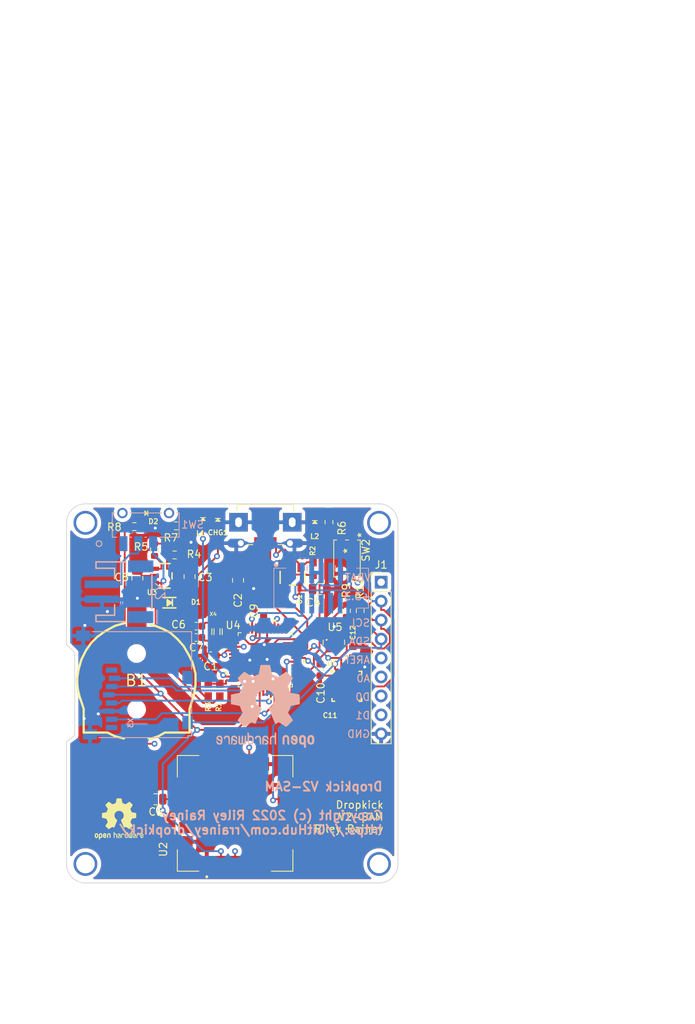
<source format=kicad_pcb>
(kicad_pcb (version 20211014) (generator pcbnew)
  (title_block (date "2022-03-14"))
  (layers (0 "F.Cu" signal) (1 "In1.Cu" signal) (2 "In2.Cu" signal) (31 "B.Cu" signal) (34 "B.Paste" user) (35 "F.Paste" user) (36 "B.SilkS" user "B.Silkscreen") (37 "F.SilkS" user "F.Silkscreen") (38 "B.Mask" user) (39 "F.Mask" user) (44 "Edge.Cuts" user))
  (net 0 "")
  (net 1 "/VBACKUP")
  (net 2 "GND")
  (net 3 "/AREF")
  (net 4 "+3V3")
  (net 5 "VBUS")
  (net 7 "Net-(C7-Pad1)")
  (net 8 "Net-(C6-Pad1)")
  (net 9 "VBAT")
  (net 10 "Net-(C9-Pad1)")
  (net 11 "/REGOUT")
  (net 12 "/CPOUT")
  (net 13 "Net-(CHG1-PadC)")
  (net 14 "Net-(D2-PadA)")
  (net 20 "/EN")
  (net 21 "/D13")
  (net 22 "/D12")
  (net 23 "/D11")
  (net 24 "/D10")
  (net 25 "/D9")
  (net 26 "/D6")
  (net 27 "/D5")
  (net 28 "/SCL")
  (net 29 "/SDA")
  (net 30 "/D1")
  (net 31 "/D0")
  (net 32 "/MISO")
  (net 33 "/MOSI")
  (net 34 "/SCK")
  (net 35 "/A5")
  (net 36 "/A4")
  (net 37 "/A3")
  (net 38 "/A2")
  (net 39 "/A1")
  (net 40 "/A0")
  (net 41 "/~{RESET}")
  (net 42 "/D8")
  (net 43 "Net-(L1-PadC)")
  (net 44 "Net-(L2-PadA)")
  (net 45 "/AD0")
  (net 46 "/SWCLK")
  (net 47 "/SWDIO")
  (net 48 "/SD_CS")
  (net 49 "/D3")
  (net 51 "/D2")
  (net 52 "/D7")
  (net 53 "/D-")
  (net 54 "/D+")
  (net 55 "Net-(SW1-Pad2)")
  (net 56 "/SDA_EXT")
  (net 57 "/SCL_EXT")
  (net 58 "/INT")
  (net 63 "/RX")
  (net 64 "/TX")
  (net 65 "/{slash}RESET")
  (net 69 "Net-(R4-Pad1)")
  (net 70 "Net-(R5-Pad2)")
  (footprint "lib_fr:0603-NO" (layer "F.Cu") (at 101.63 72.74)
    (fp_text reference "C11")
    (fp_text value "0.1uF")
  )
  (footprint "lib_fr:CHIPLED_0603_NOOUTLINE" (layer "F.Cu") (at 83.8 46.6)
    (fp_text reference "CHG1")
    (fp_text value "ORANGE")
  )
  (footprint "lib_fr:0603-NO" (layer "F.Cu") (at 96.56 53.13 -90)
    (fp_text reference "R2")
    (fp_text value "100k")
  )
  (footprint "lib_fr:KMR211NG LFS" (layer "F.Cu") (at 101.12 51.77 -90)
    (fp_text reference "SW2")
    (fp_text value "KMR211NG_LFS" hide)
  )
  (footprint "Capacitor_SMD:C_0805_2012Metric" (layer "F.Cu") (at 86.5 54.7 90)
    (fp_text reference "C2")
    (fp_text value "10uF")
  )
  (footprint "Capacitor_SMD:C_0603_1608Metric" (layer "F.Cu") (at 80.874 60.842 180)
    (fp_text reference "C6")
    (fp_text value "22pF")
  )
  (footprint "lib_fr:MOUNTINGHOLE_2.5_PLATED" (layer "F.Cu") (at 105.41 46.99 90)
    (fp_text reference "H2" hide)
    (fp_text value "MountingHole")
  )
  (footprint "lib_fr:ATSAMD21G15B-AU" (layer "F.Cu") (at 90.15 65.35)
    (fp_text reference "U4")
    (fp_text value " ATSAMD21G18A-AUT" hide)
  )
  (footprint "lib_fr:MOUNTINGHOLE_2.5_PLATED" (layer "F.Cu") (at 66.04 46.99)
    (fp_text reference "H1" hide)
    (fp_text value "MountingHole")
  )
  (footprint "Capacitor_SMD:C_0603_1608Metric" (layer "F.Cu") (at 89.93 58.71 90)
    (fp_text reference "C9")
    (fp_text value "1uF")
  )
  (footprint "Capacitor_SMD:C_0603_1608Metric" (layer "F.Cu") (at 80.874 62.366 180)
    (fp_text reference "C7")
    (fp_text value "22pF")
  )
  (footprint "lib_fr:CHIPLED_0603_NOOUTLINE" (layer "F.Cu") (at 96.8 46.9)
    (fp_text reference "L2")
    (fp_text value "RED")
  )
  (footprint "Resistor_SMD:R_0603_1608Metric" (layer "F.Cu") (at 78.2 47.4 180)
    (fp_text reference "R7")
    (fp_text value "1K")
  )
  (footprint "lib_fr:MOUNTINGHOLE_2.5_PLATED" (layer "F.Cu") (at 105.41 92.71)
    (fp_text reference "H4" hide)
    (fp_text value "MountingHole" hide)
  )
  (footprint "Capacitor_SMD:C_0805_2012Metric" (layer "F.Cu") (at 97.45 55.87)
    (fp_text reference "C4")
    (fp_text value "10µF")
  )
  (footprint "Connector_PinHeader_2.54mm:PinHeader_1x09_P2.54mm_Vertical" (layer "F.Cu") (at 105.7 54.95)
    (fp_text reference "J1")
    (fp_text value "Conn_01x08")
  )
  (footprint "Resistor_SMD:R_0603_1608Metric" (layer "F.Cu") (at 72.6 47.5)
    (fp_text reference "R8")
    (fp_text value "10K")
  )
  (footprint "lib_fr:MOUNTINGHOLE_2.5_PLATED" (layer "F.Cu") (at 66.04 92.71)
    (fp_text reference "H3" hide)
    (fp_text value "MountingHole")
  )
  (footprint "lib_fr:0603-NO" (layer "F.Cu") (at 84.06 69.41 90)
    (fp_text reference "R1")
    (fp_text value "100k")
  )
  (footprint "lib_fr:QFN24_4MM_SMSC" (layer "F.Cu") (at 101.1 68.9)
    (fp_text reference "U6")
    (fp_text value "MPU-6050")
  )
  (footprint "Capacitor_SMD:C_0805_2012Metric" (layer "F.Cu") (at 80 54.2 90)
    (fp_text reference "C3")
    (fp_text value "10µF")
  )
  (footprint "Symbol:OSHW-Logo2_7.3x6mm_SilkScreen" (layer "F.Cu") (at 70.55 86.68)
    (fp_text reference "REF2" hide)
    (fp_text value "OSHW-Logo2_7.3x6mm_SilkScreen" hide)
  )
  (footprint "lib_fr:4UCONN_20329_V2" (layer "F.Cu") (at 90.1696 48.8166 180)
    (fp_text reference "X1" hide)
    (fp_text value "microUSB" hide)
  )
  (footprint "lib_fr:0603-NO" (layer "F.Cu") (at 101.9 64.33 90)
    (fp_text reference "C12")
    (fp_text value "2.2nF")
  )
  (footprint "Capacitor_SMD:C_0805_2012Metric" (layer "F.Cu") (at 73 54.4 90)
    (fp_text reference "C8")
    (fp_text value "10µF")
  )
  (footprint "lib_fr:CHIPLED_0603_NOOUTLINE" (layer "F.Cu") (at 74.2 45.7 -90)
    (fp_text reference "D2")
    (fp_text value "GREEN")
  )
  (footprint "Resistor_SMD:R_0603_1608Metric" (layer "F.Cu") (at 98.7 46.9 90)
    (fp_text reference "R6")
    (fp_text value "2.2K")
  )
  (footprint "Capacitor_SMD:C_0603_1608Metric" (layer "F.Cu") (at 82.83 64.81 180)
    (fp_text reference "C1")
    (fp_text value "1uF")
  )
  (footprint "lib_fr:SOD-123" (layer "F.Cu") (at 77.3 57.7 180)
    (fp_text reference "D1")
    (fp_text value "MBR120")
  )
  (footprint "lib_fr:MODULE_SAM-M8Q-0-10" (layer "F.Cu") (at 86.11 85.93 90)
    (fp_text reference "U2")
    (fp_text value "SAM-M8Q-0-10")
  )
  (footprint "lib_fr:XTAL3215" (layer "F.Cu") (at 83.68 61.58 90)
    (fp_text reference "X4")
    (fp_text value "32768Hz")
  )
  (footprint "Resistor_SMD:R_0603_1608Metric" (layer "F.Cu") (at 101.04 58.78 -90)
    (fp_text reference "R9")
    (fp_text value "10K")
  )
  (footprint "Capacitor_SMD:C_0603_1608Metric" (layer "F.Cu") (at 97.5 66.7 -90)
    (fp_text reference "C10")
    (fp_text value "0.1uF")
  )
  (footprint "Resistor_SMD:R_0603_1608Metric" (layer "F.Cu") (at 75.3 50.6 -90)
    (fp_text reference "R5")
    (fp_text value "1K")
  )
  (footprint "lib_fr:CR1220-2" (layer "F.Cu") (at 72.9 68 -90)
    (fp_text reference "B1")
    (fp_text value "CR1220")
  )
  (footprint "lib_fr:DPS310XTSA1" (layer "F.Cu") (at 99.36 63)
    (fp_text reference "U5")
    (fp_text value "DPS310XTSA1")
  )
  (footprint "lib_fr:SOT23-5" (layer "F.Cu") (at 93.8 54.3 180)
    (fp_text reference "U1")
    (fp_text value "SPX3819-3.3")
  )
  (footprint "lib_fr:CHIPLED_0603_NOOUTLINE" (layer "F.Cu") (at 81.8 46.5)
    (fp_text reference "L1")
    (fp_text value "GREEN")
  )
  (footprint "lib_fr:0603-NO" (layer "F.Cu") (at 82.5 69.4 -90)
    (fp_text reference "R3")
    (fp_text value "100K")
  )
  (footprint "Resistor_SMD:R_0603_1608Metric" (layer "F.Cu") (at 78 51.3)
    (fp_text reference "R4")
    (fp_text value "10K")
  )
  (footprint "lib_fr:SOT23-5" (layer "F.Cu") (at 76.6 54.1 -90)
    (fp_text reference "U3")
    (fp_text value "MCP73831T-2ACI/OT")
  )
  (footprint "Resistor_SMD:R_0603_1608Metric" (layer "F.Cu") (at 102.89 58.78 -90)
    (fp_text reference "R10")
    (fp_text value "10K")
  )
  (footprint "Capacitor_SMD:C_0805_2012Metric" (layer "F.Cu") (at 75.47 84.04 180)
    (fp_text reference "C5")
    (fp_text value "10uF")
  )
  (footprint "lib_fr:MICROSD" (layer "B.Cu") (at 80.18 75.73 90)
    (fp_text reference "X3")
    (fp_text value "microsd")
  )
  (footprint "lib_fr:JSTPH2" (layer "B.Cu") (at 71.95 56.23 90)
    (fp_text reference "X2")
    (fp_text value "JSTPH" hide)
  )
  (footprint "lib_fr:450405020524" (layer "B.Cu") (at 71.12 49.784)
    (fp_text reference "SW1")
    (fp_text value "450405020524" hide)
  )
  (footprint "lib_fr:3221-10-0300-00-TR" (layer "B.Cu") (at 97.66 55.72)
    (fp_text reference "JP1")
    (fp_text value "3221-10-0300-00-TR")
  )
  (footprint "Symbol:OSHW-Logo2_14.6x12mm_SilkScreen" (layer "B.Cu") (at 90.16 71.59 180)
    (fp_text reference "REF1" hide)
    (fp_text value "OSHW-Logo2_14.6x12mm_SilkScreen" hide)
  )
  (gr_line (start 105.41 95.25) (end 66.04 95.25) (layer "Edge.Cuts") (width 0.1))
  (gr_line (start 64.6 75.5) (end 63.5 76.3) (layer "Edge.Cuts") (width 0.1))
  (gr_arc (start 63.5 46.99) (mid 64.243949 45.193949) (end 66.04 44.45) (layer "Edge.Cuts") (width 0.1))
  (gr_arc (start 105.41 44.45) (mid 107.206051 45.193949) (end 107.95 46.99) (layer "Edge.Cuts") (width 0.1))
  (gr_line (start 63.5 46.99) (end 63.5 63.3) (layer "Edge.Cuts") (width 0.1))
  (gr_arc (start 66.04 95.25) (mid 64.243949 94.506051) (end 63.5 92.71) (layer "Edge.Cuts") (width 0.1))
  (gr_line (start 63.5 92.71) (end 63.5 76.3) (layer "Edge.Cuts") (width 0.1))
  (gr_line (start 105.41 44.45) (end 66.04 44.45) (layer "Edge.Cuts") (width 0.1))
  (gr_line (start 64.6 64.4) (end 64.6 75.5) (layer "Edge.Cuts") (width 0.1))
  (gr_line (start 107.95 92.71) (end 107.95 46.99) (layer "Edge.Cuts") (width 0.1))
  (gr_arc (start 107.95 92.71) (mid 107.206051 94.506051) (end 105.41 95.25) (layer "Edge.Cuts") (width 0.1))
  (gr_line (start 63.5 63.3) (end 64.6 64.4) (layer "Edge.Cuts") (width 0.1))
  (gr_text "GND" (at 104.3 75.3) (layer "B.SilkS") (effects (font (size 1 1)) (justify left mirror)))
  (gr_text "SCL" (at 104.3 60.4) (layer "B.SilkS") (effects (font (size 1 1)) (justify left mirror)))
  (gr_text "D0" (at 104.3 70.333332) (layer "B.SilkS") (effects (font (size 1 1)) (justify left mirror)))
  (gr_text "VBAT" (at 104.41 54.32) (layer "B.SilkS") (effects (font (size 1 1)) (justify left mirror)))
  (gr_text "D1" (at 104.3 72.816665) (layer "B.SilkS") (effects (font (size 1 1)) (justify left mirror)))
  (gr_text "Dropkick V2-SAM\n\nCopyright (c) 2022 Riley Rainey\nhttps://GitHub.com/rrainey/dropkick/" (at 106.02 85.24) (layer "B.SilkS") (effects (font (size 1.2 1.2) (thickness 0.25)) (justify left mirror)))
  (gr_text "SDA" (at 104.3 62.883333) (layer "B.SilkS") (effects (font (size 1 1)) (justify left mirror)))
  (gr_text "+3.3" (at 104.41 56.85) (layer "B.SilkS") (effects (font (size 1 1)) (justify left mirror)))
  (gr_text "AREF" (at 104.3 65.366666) (layer "B.SilkS") (effects (font (size 1 1)) (justify left mirror)))
  (gr_text "A0" (at 104.3 67.849999) (layer "B.SilkS") (effects (font (size 1 1)) (justify left mirror)))
  (gr_text "Dropkick\nV2-SAM\nRiley Rainey" (at 106.1 86.4) (layer "F.SilkS") (effects (font (size 1 1)) (justify right)))
  (segment (start 75.3 76.6) (end 73.09 76.6) (width 0.25) (layer "F.Cu") (net 1))
  (segment (start 86.11 92.53) (end 86.11 91.01) (width 0.25) (layer "F.Cu") (net 1))
  (segment (start 86.11 91.01) (end 86.1 91) (width 0.25) (layer "F.Cu") (net 1))
  (via (at 86.1 91) (size 0.8) (drill 0.4) (layers "F.Cu" "B.Cu") (net 1))
  (via (at 75.3 76.6) (size 0.8) (drill 0.4) (layers "F.Cu" "B.Cu") (net 1))
  (segment (start 90.435704 65.3) (end 90.4 65.3) (width 0.25) (layer "F.Cu") (net 2))
  (segment (start 89.9 65.8) (end 89.9 69.5283) (width 0.25) (layer "F.Cu") (net 2))
  (segment (start 99.4 60.9) (end 99.034999 61.265001) (width 0.25) (layer "F.Cu") (net 2))
  (segment (start 92.635705 63.099999) (end 90.435704 65.3) (width 0.25) (layer "F.Cu") (net 2))
  (segment (start 99.1 67.65) (end 99.85 67.65) (width 0.25) (layer "F.Cu") (net 2))
  (segment (start 101.85 72.11) (end 102.48 72.74) (width 0.25) (layer "F.Cu") (net 2))
  (segment (start 81.4 69.6) (end 81.4 65.465) (width 0.25) (layer "F.Cu") (net 2))
  (segment (start 99.969998 62.934999) (end 100.334999 63.3) (width 0.25) (layer "F.Cu") (net 2))
  (segment (start 81.4 65.465) (end 82.055 64.81) (width 0.25) (layer "F.Cu") (net 2))
  (segment (start 82.5 70.25) (end 82.05 70.25) (width 0.25) (layer "F.Cu") (net 2))
  (segment (start 93.449511 52.075389) (end 93.8 52.425878) (width 0.25) (layer "F.Cu") (net 2))
  (segment (start 82.05 70.25) (end 81.4 69.6) (width 0.25) (layer "F.Cu") (net 2))
  (segment (start 85.9717 64.599999) (end 87.28032 64.599999) (width 0.25) (layer "F.Cu") (net 2))
  (segment (start 103.5 67.25) (end 103.1 67.65) (width 0.25) (layer "F.Cu") (net 2))
  (segment (start 73.65 54.1) (end 73 53.45) (width 0.25) (layer "F.Cu") (net 2))
  (segment (start 99.034999 62.934999) (end 99.969998 62.934999) (width 0.25) (layer "F.Cu") (net 2))
  (segment (start 99.034999 61.265001) (end 99.034999 62.275) (width 0.25) (layer "F.Cu") (net 2))
  (segment (start 101.85 69.65) (end 101.85 70.9) (width 0.25) (layer "F.Cu") (net 2))
  (segment (start 94.3283 63.099999) (end 92.635705 63.099999) (width 0.25) (layer "F.Cu") (net 2))
  (segment (start 93.7696 46.9166) (end 91.0196 46.9166) (width 0.25) (layer "F.Cu") (net 2))
  (segment (start 99.034999 62.934999) (end 99.034999 63.725) (width 0.25) (layer "F.Cu") (net 2))
  (segment (start 97.5 67.475) (end 98.925 67.475) (width 0.25) (layer "F.Cu") (net 2))
  (segment (start 91.7 52.4) (end 92.024611 52.075389) (width 0.25) (layer "F.Cu") (net 2))
  (segment (start 75.2999 54.1) (end 73.65 54.1) (width 0.25) (layer "F.Cu") (net 2))
  (segment (start 93.8 52.425878) (end 93.8 52.9999) (width 0.25) (layer "F.Cu") (net 2))
  (segment (start 103.5 66.3) (end 103.5 67.25) (width 0.25) (layer "F.Cu") (net 2))
  (segment (start 90.4 65.3) (end 89.9 65.8) (width 0.25) (layer "F.Cu") (net 2))
  (segment (start 99.85 67.65) (end 101.1 68.9) (width 0.25) (layer "F.Cu") (net 2))
  (segment (start 101.85 70.9) (end 101.85 72.11) (width 0.25) (layer "F.Cu") (net 2))
  (segment (start 99.034999 62.275) (end 99.034999 62.934999) (width 0.25) (layer "F.Cu") (net 2))
  (segment (start 90.4 61.1717) (end 90.4 62.940469) (width 0.25) (layer "F.Cu") (net 2))
  (segment (start 98.925 67.475) (end 99.1 67.65) (width 0.25) (layer "F.Cu") (net 2))
  (segment (start 100.334999 63.3) (end 100.334999 63.725) (width 0.25) (layer "F.Cu") (net 2))
  (segment (start 87.28032 64.599999) (end 88.077861 65.39754) (width 0.25) (layer "F.Cu") (net 2))
  (segment (start 92.024611 52.075389) (end 93.449511 52.075389) (width 0.25) (layer "F.Cu") (net 2))
  (segment (start 88.8696 49.5916) (end 88.8696 51.3804) (width 0.25) (layer "F.Cu") (net 2))
  (segment (start 88.8696 51.3804) (end 86.5 53.75) (width 0.25) (layer "F.Cu") (net 2))
  (segment (start 90.4 62.940469) (end 90.022869 63.3176) (width 0.25) (layer "F.Cu") (net 2))
  (via (at 90.4 65.3) (size 0.8) (drill 0.4) (layers "F.Cu" "B.Cu") (net 2))
  (via (at 80.2 49.6) (size 0.8) (drill 0.4) (layers "F.Cu" "B.Cu") (net 2))
  (via (at 75.4 47.7) (size 0.8) (drill 0.4) (layers "F.Cu" "B.Cu") (net 2))
  (via (at 68.9814 58.886) (size 0.8) (drill 0.4) (layers "F.Cu" "B.Cu") (net 2))
  (via (at 65.8655 73.2207) (size 0.8) (drill 0.4) (layers "F.Cu" "B.Cu") (net 2))
  (via (at 101.3915 55.1917) (size 0.8) (drill 0.4) (layers "F.Cu" "B.Cu") (net 2))
  (via (at 91.7 52.4) (size 0.8) (drill 0.4) (layers "F.Cu" "B.Cu") (net 2))
  (via (at 88.6 55.8) (size 0.8) (drill 0.4) (layers "F.Cu" "B.Cu") (net 2))
  (via (at 103.5 66.3) (size 0.8) (drill 0.4) (layers "F.Cu" "B.Cu") (net 2))
  (via (at 90.022869 63.3176) (size 0.8) (drill 0.4) (layers "F.Cu" "B.Cu") (net 2))
  (via (at 65.9555 60.736) (size 0.8) (drill 0.4) (layers "F.Cu" "B.Cu") (net 2))
  (via (at 99.4 60.9) (size 0.8) (drill 0.4) (layers "F.Cu" "B.Cu") (net 2))
  (via (at 67.7555 72.5966) (size 0.8) (drill 0.4) (layers "F.Cu" "B.Cu") (net 2))
  (via (at 73 57.1) (size 0.8) (drill 0.4) (layers "F.Cu" "B.Cu") (net 2))
  (via (at 88.077861 65.39754) (size 0.8) (drill 0.4) (layers "F.Cu" "B.Cu") (net 2))
  (segment (start 66.64 73.9952) (end 66.64 75.33) (width 0.25) (layer "B.Cu") (net 2))
  (segment (start 96.8778 55.3953) (end 96.39 55.3953) (width 0.25) (layer "B.Cu") (net 2))
  (segment (start 101.3915 55.1917) (end 101.3005 55.2827) (width 0.25) (layer "B.Cu") (net 2))
  (segment (start 100.0874 55.3953) (end 97.66 55.3953) (width 0.25) (layer "B.Cu") (net 2))
  (segment (start 68.25 57.23) (end 70.8753 57.23) (width 0.25) (layer "B.Cu") (net 2))
  (segment (start 67.7555 72.5966) (end 68.0647 72.2874) (width 0.25) (layer "B.Cu") (net 2))
  (segment (start 96.39 53.69) (end 96.39 55.3953) (width 0.25) (layer "B.Cu") (net 2))
  (segment (start 65.8655 73.2207) (end 66.64 73.9952) (width 0.25) (layer "B.Cu") (net 2))
  (segment (start 97.66 54.5426) (end 97.66 55.3953) (width 0.25) (layer "B.Cu") (net 2))
  (segment (start 100.2 55.2827) (end 100.0874 55.3953) (width 0.25) (layer "B.Cu") (net 2))
  (segment (start 68.9814 58.886) (end 69.9128 58.886) (width 0.25) (layer "B.Cu") (net 2))
  (segment (start 69.9128 58.886) (end 70.8753 57.9235) (width 0.25) (layer "B.Cu") (net 2))
  (segment (start 101.3005 55.2827) (end 100.2 55.2827) (width 0.25) (layer "B.Cu") (net 2))
  (segment (start 69.14 72.23) (end 68.0647 72.23) (width 0.25) (layer "B.Cu") (net 2))
  (segment (start 100.2 53.69) (end 100.2 55.2827) (width 0.25) (layer "B.Cu") (net 2))
  (segment (start 65.9555 60.736) (end 65.74 60.9515) (width 0.25) (layer "B.Cu") (net 2))
  (segment (start 65.74 60.9515) (end 65.74 62.13) (width 0.25) (layer "B.Cu") (net 2))
  (segment (start 97.66 54.6131) (end 96.8778 55.3953) (width 0.25) (layer "B.Cu") (net 2))
  (segment (start 70.8753 57.9235) (end 70.8753 57.23) (width 0.25) (layer "B.Cu") (net 2))
  (segment (start 68.0647 72.2874) (end 68.0647 72.23) (width 0.25) (layer "B.Cu") (net 2))
  (segment (start 84.6773 64.396) (end 84.9733 64.1) (width 0.25) (layer "F.Cu") (net 3))
  (segment (start 85.9717 64.1) (end 84.9733 64.1) (width 0.25) (layer "F.Cu") (net 3))
  (segment (start 83.7023 64.7127) (end 84.6773 64.7127) (width 0.25) (layer "F.Cu") (net 3))
  (segment (start 84.6773 64.7127) (end 84.6773 64.396) (width 0.25) (layer "F.Cu") (net 3))
  (via (at 84.6773 64.7127) (size 0.8) (drill 0.4) (layers "F.Cu" "B.Cu") (net 3))
  (segment (start 106.0653 58.6653) (end 105.7 58.6653) (width 0.25) (layer "F.Cu") (net 4))
  (segment (start 89.75 64.75) (end 91.9 62.6) (width 0.25) (layer "F.Cu") (net 4))
  (segment (start 99.9046 71.8391) (end 100.35 71.3937) (width 0.25) (layer "F.Cu") (net 4))
  (segment (start 71.3033 47.9717) (end 71.775 47.5) (width 0.25) (layer "F.Cu") (net 4))
  (segment (start 86.5 61.7) (end 86.5 55.65) (width 0.25) (layer "F.Cu") (net 4))
  (segment (start 88.928 63.928) (end 89.75 64.75) (width 0.25) (layer "F.Cu") (net 4))
  (segment (start 104.0597 57.955) (end 104.5247 57.49) (width 0.25) (layer "F.Cu") (net 4))
  (segment (start 89.4 71.6443) (end 89.4 69.5283) (width 0.25) (layer "F.Cu") (net 4))
  (segment (start 86.3037 74.7406) (end 89.4 71.6443) (width 0.25) (layer "F.Cu") (net 4))
  (segment (start 84.21 92.53) (end 84.21 91.01) (width 0.25) (layer "F.Cu") (net 4))
  (segment (start 103.3628 70.402) (end 103.3628 73.4049) (width 0.25) (layer "F.Cu") (net 4))
  (segment (start 84.21 91.01) (end 84.2 91) (width 0.25) (layer "F.Cu") (net 4))
  (segment (start 94.5819 56.5254) (end 94.75 56.5254) (width 0.25) (layer "F.Cu") (net 4))
  (segment (start 76.43 84.03) (end 78.8974 84.03) (width 0.25) (layer "F.Cu") (net 4))
  (segment (start 86.9701 65.1) (end 86.9701 66.1354) (width 0.25) (layer "F.Cu") (net 4))
  (segment (start 103.1993 73.5684) (end 100.0983 73.5684) (width 0.25) (layer "F.Cu") (net 4))
  (segment (start 100.0983 73.5684) (end 99.9046 73.3747) (width 0.25) (layer "F.Cu") (net 4))
  (segment (start 88.772 63.228) (end 88.772 63.928) (width 0.25) (layer "F.Cu") (net 4))
  (segment (start 99.9046 73.3747) (end 99.9046 71.8391) (width 0.25) (layer "F.Cu") (net 4))
  (segment (start 106.1193 68.92) (end 107.3497 67.6896) (width 0.25) (layer "F.Cu") (net 4))
  (segment (start 94.1902 56.9171) (end 94.5819 56.5254) (width 0.25) (layer "F.Cu") (net 4))
  (segment (start 107.3497 67.6896) (end 107.3497 59.9497) (width 0.25) (layer "F.Cu") (net 4))
  (segment (start 88.028 63.228) (end 86.5 61.7) (width 0.25) (layer "F.Cu") (net 4))
  (segment (start 104.8448 68.92) (end 106.1193 68.92) (width 0.25) (layer "F.Cu") (net 4))
  (segment (start 98.385 64.2253) (end 99.685 64.2253) (width 0.25) (layer "F.Cu") (net 4))
  (segment (start 107.3497 59.9497) (end 106.0653 58.6653) (width 0.25) (layer "F.Cu") (net 4))
  (segment (start 76.4 85.5) (end 76.4 84.06) (width 0.25) (layer "F.Cu") (net 4))
  (segment (start 105.7 57.49) (end 105.7 58.6653) (width 0.25) (layer "F.Cu") (net 4))
  (segment (start 103.352 70.402) (end 103.3628 70.402) (width 0.25) (layer "F.Cu") (net 4))
  (segment (start 97.5 65.1103) (end 98.385 64.2253) (width 0.25) (layer "F.Cu") (net 4))
  (segment (start 100.35 71.3937) (end 100.35 70.9) (width 0.25) (layer "F.Cu") (net 4))
  (segment (start 94.75 56.0627) (end 94.75 56.5254) (width 0.25) (layer "F.Cu") (net 4))
  (segment (start 101.04 57.955) (end 97.8847 61.1103) (width 0.25) (layer "F.Cu") (net 4))
  (segment (start 94.75 56.0627) (end 96.3073 56.0627) (width 0.25) (layer "F.Cu") (net 4))
  (segment (start 103.1 70.15) (end 103.352 70.402) (width 0.25) (layer "F.Cu") (net 4))
  (segment (start 88.3646 67.0467) (end 89.3504 68.0325) (width 0.25) (layer "F.Cu") (net 4))
  (segment (start 97.8847 61.1103) (end 97.8847 62.7244) (width 0.25) (layer "F.Cu") (net 4))
  (segment (start 89.75 64.75) (end 88.3646 66.1354) (width 0.25) (layer "F.Cu") (net 4))
  (segment (start 76.1231 69.8787) (end 80.985 74.7406) (width 0.25) (layer "F.Cu") (net 4))
  (segment (start 102.89 57.955) (end 101.04 57.955) (width 0.25) (layer "F.Cu") (net 4))
  (segment (start 88.3646 66.1354) (end 86.9701 66.1354) (width 0.25) (layer "F.Cu") (net 4))
  (segment (start 85.9717 65.1) (end 86.9701 65.1) (width 0.25) (layer "F.Cu") (net 4))
  (segment (start 88.772 63.928) (end 88.928 63.928) (width 0.25) (layer "F.Cu") (net 4))
  (segment (start 105.7 57.49) (end 104.5247 57.49) (width 0.25) (layer "F.Cu") (net 4))
  (segment (start 103.3628 70.402) (end 104.8448 68.92) (width 0.25) (layer "F.Cu") (net 4))
  (segment (start 89.3504 68.539) (end 89.4 68.5886) (width 0.25) (layer "F.Cu") (net 4))
  (segment (start 98.385 64.1127) (end 98.385 64.2253) (width 0.25) (layer "F.Cu") (net 4))
  (segment (start 103.3628 73.4049) (end 103.1993 73.5684) (width 0.25) (layer "F.Cu") (net 4))
  (segment (start 99.685 63.725) (end 99.685 64.2253) (width 0.25) (layer "F.Cu") (net 4))
  (segment (start 88.772 63.228) (end 89.4892 62.5108) (width 0.25) (layer "F.Cu") (net 4))
  (segment (start 88.028 63.228) (end 88.772 63.228) (width 0.25) (layer "F.Cu") (net 4))
  (segment (start 71.3033 65.0589) (end 71.3033 47.9717) (width 0.25) (layer "F.Cu") (net 4))
  (segment (start 98.385 63.725) (end 98.385 64.1127) (width 0.25) (layer "F.Cu") (net 4))
  (segment (start 97.8847 62.7244) (end 98.385 63.2247) (width 0.25) (layer "F.Cu") (net 4))
  (segment (start 89.4 62.4217) (end 89.4 61.1717) (width 0.25) (layer "F.Cu") (net 4))
  (segment (start 88.3646 66.1354) (end 88.3646 67.0467) (width 0.25) (layer "F.Cu") (net 4))
  (segment (start 76.1231 69.8787) (end 71.3033 65.0589) (width 0.25) (layer "F.Cu") (net 4))
  (segment (start 102.89 57.955) (end 104.0597 57.955) (width 0.25) (layer "F.Cu") (net 4))
  (segment (start 98.385 63.725) (end 98.385 63.2247) (width 0.25) (layer "F.Cu") (net 4))
  (segment (start 97.5 65.925) (end 97.5 65.1103) (width 0.25) (layer "F.Cu") (net 4))
  (segment (start 89.4 68.5886) (end 89.4 69.5283) (width 0.25) (layer "F.Cu") (net 4))
  (segment (start 80.985 74.7406) (end 86.3037 74.7406) (width 0.25) (layer "F.Cu") (net 4))
  (segment (start 94.3283 62.6) (end 91.9 62.6) (width 0.25) (layer "F.Cu") (net 4))
  (segment (start 89.4892 62.5108) (end 89.4 62.4217) (width 0.25) (layer "F.Cu") (net 4))
  (segment (start 89.3504 68.0325) (end 89.3504 68.539) (width 0.25) (layer "F.Cu") (net 4))
  (via (at 84.2 91) (size 0.8) (drill 0.4) (layers "F.Cu" "B.Cu") (net 4))
  (via (at 76.4 85.5) (size 0.8) (drill 0.4) (layers "F.Cu" "B.Cu") (net 4))
  (via (at 76.1231 69.8787) (size 0.8) (drill 0.4) (layers "F.Cu" "B.Cu") (net 4))
  (via (at 81.027525 74.74923) (size 0.8) (drill 0.4) (layers "F.Cu" "B.Cu") (net 4))
  (via (at 94.1902 56.9171) (size 0.8) (drill 0.4) (layers "F.Cu" "B.Cu") (net 4))
  (segment (start 76.4 79.3) (end 80.95077 74.74923) (width 0.25) (layer "B.Cu") (net 4))
  (segment (start 103.0734 56.0387) (end 104.5247 57.49) (width 0.25) (layer "B.Cu") (net 4))
  (segment (start 94.1902 55.4724) (end 94.1902 56.9171) (width 0.25) (layer "B.Cu") (net 4))
  (segment (start 81.9 91) (end 76.4 85.5) (width 0.25) (layer "B.Cu") (net 4))
  (segment (start 95.12 54.5426) (end 95.12 55.3953) (width 0.25) (layer "B.Cu") (net 4))
  (segment (start 69.14 70.03) (end 75.9718 70.03) (width 0.25) (layer "B.Cu") (net 4))
  (segment (start 76.4 85.5) (end 76.4 79.3) (width 0.25) (layer "B.Cu") (net 4))
  (segment (start 95.7634 56.0387) (end 103.0734 56.0387) (width 0.25) (layer "B.Cu") (net 4))
  (segment (start 84.2 91) (end 81.9 91) (width 0.25) (layer "B.Cu") (net 4))
  (segment (start 105.7 57.49) (end 104.5247 57.49) (width 0.25) (layer "B.Cu") (net 4))
  (segment (start 95.12 54.5426) (end 94.1902 55.4724) (width 0.25) (layer "B.Cu") (net 4))
  (segment (start 95.12 55.3953) (end 95.7634 56.0387) (width 0.25) (layer "B.Cu") (net 4))
  (segment (start 80.95077 74.74923) (end 81.027525 74.74923) (width 0.25) (layer "B.Cu") (net 4))
  (segment (start 75.9718 70.03) (end 76.1231 69.8787) (width 0.25) (layer "B.Cu") (net 4))
  (segment (start 94.75 52.5372) (end 95.4775 52.5372) (width 0.25) (layer "F.Cu") (net 5))
  (segment (start 78.9254 55.15) (end 79.15 55.15) (width 0.25) (layer "F.Cu") (net 5))
  (segment (start 96.56 52.28) (end 95.7347 52.28) (width 0.25) (layer "F.Cu") (net 5))
  (segment (start 79.15 55.15) (end 80 55.15) (width 0.25) (layer "F.Cu") (net 5))
  (segment (start 83.8 51.35) (end 83.8 47.35) (width 0.25) (layer "F.Cu") (net 5))
  (segment (start 80 55.15) (end 83.8 51.35) (width 0.25) (layer "F.Cu") (net 5))
  (segment (start 77.9001 55.05) (end 78.8254 55.05) (width 0.25) (layer "F.Cu") (net 5))
  (segment (start 92.8047 50.5919) (end 94.75 52.5372) (width 0.25) (layer "F.Cu") (net 5))
  (segment (start 92.8047 50.5919) (end 92.3081 50.5919) (width 0.25) (layer "F.Cu") (net 5))
  (segment (start 95.4775 52.5372) (end 95.7347 52.28) (width 0.25) (layer "F.Cu") (net 5))
  (segment (start 92.3081 50.5919) (end 91.6 51.3) (width 0.25) (layer "F.Cu") (net 5))
  (segment (start 79.15 57.7) (end 79.15 55.15) (width 0.25) (layer "F.Cu") (net 5))
  (segment (start 78.8254 55.05) (end 78.9254 55.15) (width 0.25) (layer "F.Cu") (net 5))
  (segment (start 91.6 49.722) (end 91.4696 49.5916) (width 0.25) (layer "F.Cu") (net 5))
  (segment (start 91.6 51.3) (end 91.6 49.722) (width 0.25) (layer "F.Cu") (net 5))
  (via (at 83.675 51.475) (size 0.8) (drill 0.4) (layers "F.Cu" "B.Cu") (net 5))
  (via (at 91.6 51.3) (size 0.8) (drill 0.4) (layers "F.Cu" "B.Cu") (net 5))
  (segment (start 82.063 62.78) (end 81.649 62.366) (width 0.25) (layer "F.Cu") (net 7))
  (segment (start 83.68 62.78) (end 84.9553 62.78) (width 0.25) (layer "F.Cu") (net 7))
  (segment (start 84.9553 62.78) (end 84.9553 63.082) (width 0.25) (layer "F.Cu") (net 7))
  (segment (start 84.9553 63.082) (end 84.9733 63.1) (width 0.25) (layer "F.Cu") (net 7))
  (segment (start 85.9717 63.1) (end 84.9733 63.1) (width 0.25) (layer "F.Cu") (net 7))
  (segment (start 83.68 62.78) (end 82.063 62.78) (width 0.25) (layer "F.Cu") (net 7))
  (segment (start 84.9553 61.5836) (end 85.9717 62.6) (width 0.25) (layer "F.Cu") (net 8))
  (segment (start 83.68 60.38) (end 84.9553 60.38) (width 0.25) (layer "F.Cu") (net 8))
  (segment (start 82.111 60.38) (end 83.68 60.38) (width 0.25) (layer "F.Cu") (net 8))
  (segment (start 81.649 60.842) (end 82.111 60.38) (width 0.25) (layer "F.Cu") (net 8))
  (segment (start 84.9553 60.38) (end 84.9553 61.5836) (width 0.25) (layer "F.Cu") (net 8))
  (segment (start 75.45 56.6747) (end 76.2252 55.8995) (width 0.25) (layer "F.Cu") (net 9))
  (segment (start 76.2252 55.8995) (end 76.2252 55.05) (width 0.25) (layer "F.Cu") (net 9))
  (segment (start 73.3 55.05) (end 75.2999 55.05) (width 0.25) (layer "F.Cu") (net 9))
  (segment (start 75.45 57.7) (end 75.45 56.6747) (width 0.25) (layer "F.Cu") (net 9))
  (segment (start 75.2999 55.05) (end 76.2252 55.05) (width 0.25) (layer "F.Cu") (net 9))
  (segment (start 75.45 57.7) (end 75.45 64.7642) (width 0.25) (layer "F.Cu") (net 9))
  (segment (start 83.1946 71.1254) (end 84.06 70.26) (width 0.25) (layer "F.Cu") (net 9))
  (segment (start 75.45 64.7642) (end 81.8112 71.1254) (width 0.25) (layer "F.Cu") (net 9))
  (segment (start 76.5032 54.772) (end 76.2252 55.05) (width 0.25) (layer "F.Cu") (net 9))
  (segment (start 81.8112 71.1254) (end 83.1946 71.1254) (width 0.25) (layer "F.Cu") (net 9))
  (via (at 76.5032 54.772) (size 0.8) (drill 0.4) (layers "F.Cu" "B.Cu") (net 9))
  (segment (start 75.12 49.784) (end 75.12 51.1126) (width 0.25) (layer "B.Cu") (net 9))
  (segment (start 76.5032 52.4958) (end 76.5032 54.772) (width 0.25) (layer "B.Cu") (net 9))
  (segment (start 75.12 51.1126) (end 76.5032 52.4958) (width 0.25) (layer "B.Cu") (net 9))
  (segment (start 89.9 59.515) (end 89.9 61.1717) (width 0.25) (layer "F.Cu") (net 10))
  (segment (start 101.35 71.4161) (end 100.8514 71.9147) (width 0.25) (layer "F.Cu") (net 11))
  (segment (start 101.35 70.9) (end 101.35 71.4161) (width 0.25) (layer "F.Cu") (net 11))
  (segment (start 100.78 72.74) (end 100.78 71.9147) (width 0.25) (layer "F.Cu") (net 11))
  (segment (start 100.8514 71.9147) (end 100.78 71.9147) (width 0.25) (layer "F.Cu") (net 11))
  (segment (start 101.9 65.18) (end 101.9 66.0553) (width 0.25) (layer "F.Cu") (net 12))
  (segment (start 101.85 66.1053) (end 101.85 66.9) (width 0.25) (layer "F.Cu") (net 12))
  (segment (start 101.9 66.0553) (end 101.85 66.1053) (width 0.25) (layer "F.Cu") (net 12))
  (segment (start 77.87 49.775) (end 81.1204 46.5246) (width 0.25) (layer "F.Cu") (net 13))
  (segment (start 81.1204 46.5246) (end 82.4001 46.5246) (width 0.25) (layer "F.Cu") (net 13))
  (segment (start 82.4001 46.5246) (end 83.0747 45.85) (width 0.25) (layer "F.Cu") (net 13))
  (segment (start 75.3 49.775) (end 77.87 49.775) (width 0.25) (layer "F.Cu") (net 13))
  (segment (start 83.8 45.85) (end 83.0747 45.85) (width 0.25) (layer "F.Cu") (net 13))
  (segment (start 73.45 45.7) (end 73.45 47.475) (width 0.25) (layer "F.Cu") (net 14))
  (segment (start 95.6799 53.9252) (end 95.7347 53.98) (width 0.25) (layer "F.Cu") (net 20))
  (segment (start 92.85 52.9999) (end 92.85 53.9252) (width 0.25) (layer "F.Cu") (net 20))
  (segment (start 96.56 53.98) (end 95.7347 53.98) (width 0.25) (layer "F.Cu") (net 20))
  (segment (start 92.85 53.9252) (end 95.6799 53.9252) (width 0.25) (layer "F.Cu") (net 20))
  (segment (start 96.6791 64.7493) (end 96.6791 66.2476) (width 0.25) (layer "F.Cu") (net 21))
  (segment (start 94.3283 67.6) (end 95.3267 67.6) (width 0.25) (layer "F.Cu") (net 21))
  (segment (start 98.7 47.725) (end 97.4343 48.9907) (width 0.25) (layer "F.Cu") (net 21))
  (segment (start 97.4343 63.9941) (end 96.6791 64.7493) (width 0.25) (layer "F.Cu") (net 21))
  (segment (start 96.6791 66.2476) (end 95.3267 67.6) (width 0.25) (layer "F.Cu") (net 21))
  (segment (start 97.4343 48.9907) (end 97.4343 63.9941) (width 0.25) (layer "F.Cu") (net 21))
  (segment (start 85.9717 68.1) (end 84.9733 68.1) (width 0.25) (layer "F.Cu") (net 25))
  (segment (start 84.8853 68.188) (end 84.9733 68.1) (width 0.25) (layer "F.Cu") (net 25))
  (segment (start 84.06 68.56) (end 84.8853 68.56) (width 0.25) (layer "F.Cu") (net 25))
  (segment (start 84.06 68.56) (end 83.2347 68.56) (width 0.25) (layer "F.Cu") (net 25))
  (segment (start 83.2247 68.55) (end 83.2347 68.56) (width 0.25) (layer "F.Cu") (net 25))
  (segment (start 82.5 68.55) (end 83.2247 68.55) (width 0.25) (layer "F.Cu") (net 25))
  (segment (start 84.8853 68.56) (end 84.8853 68.188) (width 0.25) (layer "F.Cu") (net 25))
  (segment (start 100.1694 65.1034) (end 100.35 65.284) (width 0.25) (layer "F.Cu") (net 28))
  (segment (start 101.7841 58.8609) (end 101.04 59.605) (width 0.25) (layer "F.Cu") (net 28))
  (segment (start 105.7 61.2053) (end 106.0673 61.2053) (width 0.25) (layer "F.Cu") (net 28))
  (segment (start 100.335 62.275) (end 100.8351 62.275) (width 0.25) (layer "F.Cu") (net 28))
  (segment (start 103.9397 62.5684) (end 101.0748 62.5684) (width 0.25) (layer "F.Cu") (net 28))
  (segment (start 101.0748 62.5684) (end 100.8351 62.3287) (width 0.25) (layer "F.Cu") (net 28))
  (segment (start 106.8754 63.0588) (end 106.0942 63.84) (width 0.25) (layer "F.Cu") (net 28))
  (segment (start 100.8351 62.3287) (end 100.8351 62.275) (width 0.25) (layer "F.Cu") (net 28))
  (segment (start 106.0942 63.84) (end 105.2113 63.84) (width 0.25) (layer "F.Cu") (net 28))
  (segment (start 88.01 79.33) (end 88.01 77.11) (width 0.25) (layer "F.Cu") (net 28))
  (segment (start 105.2113 63.84) (end 103.9397 62.5684) (width 0.25) (layer "F.Cu") (net 28))
  (segment (start 94.3283 64.599999) (end 95.600001 64.599999) (width 0.25) (layer "F.Cu") (net 28))
  (segment (start 101.0746 64.1982) (end 100.1694 65.1034) (width 0.25) (layer "F.Cu") (net 28))
  (segment (start 105.7 60.03) (end 105.7 61.2053) (width 0.25) (layer "F.Cu") (net 28))
  (segment (start 98.6034 65.1034) (end 98.6 65.1) (width 0.25) (layer "F.Cu") (net 28))
  (segment (start 106.8754 62.0134) (end 106.8754 63.0588) (width 0.25) (layer "F.Cu") (net 28))
  (segment (start 101.0748 62.5684) (end 101.0746 62.5686) (width 0.25) (layer "F.Cu") (net 28))
  (segment (start 106.0673 61.2053) (end 106.8754 62.0134) (width 0.25) (layer "F.Cu") (net 28))
  (segment (start 101.0746 62.5686) (end 101.0746 64.1982) (width 0.25) (layer "F.Cu") (net 28))
  (segment (start 103.4288 58.8609) (end 101.7841 58.8609) (width 0.25) (layer "F.Cu") (net 28))
  (segment (start 100.35 65.284) (end 100.35 66.9) (width 0.25) (layer "F.Cu") (net 28))
  (segment (start 105.7 60.03) (end 104.5247 60.03) (width 0.25) (layer "F.Cu") (net 28))
  (segment (start 104.5247 60.03) (end 104.5247 59.9568) (width 0.25) (layer "F.Cu") (net 28))
  (segment (start 88.01 77.11) (end 88 77.1) (width 0.25) (layer "F.Cu") (net 28))
  (segment (start 95.600001 64.599999) (end 96.7 63.5) (width 0.25) (layer "F.Cu") (net 28))
  (segment (start 98.6034 65.1034) (end 100.1694 65.1034) (width 0.25) (layer "F.Cu") (net 28))
  (segment (start 104.5247 59.9568) (end 103.4288 58.8609) (width 0.25) (layer "F.Cu") (net 28))
  (via (at 88 77.1) (size 0.8) (drill 0.4) (layers "F.Cu" "B.Cu") (net 28))
  (via (at 96.7 63.5) (size 0.8) (drill 0.4) (layers "F.Cu" "B.Cu") (net 28))
  (via (at 98.6 65.1) (size 0.8) (drill 0.4) (layers "F.Cu" "B.Cu") (net 28))
  (segment (start 97 63.5) (end 96.7 63.5) (width 0.25) (layer "B.Cu") (net 28))
  (segment (start 98.6 65.1) (end 97 63.5) (width 0.25) (layer "B.Cu") (net 28))
  (segment (start 99.685 61.7747) (end 100.8753 61.7747) (width 0.25) (layer "F.Cu") (net 29))
  (segment (start 92.71 84.03) (end 91.4847 84.03) (width 0.25) (layer "F.Cu") (net 29))
  (segment (start 99.685 62.275) (end 99.685 61.7747) (width 0.25) (layer "F.Cu") (net 29))
  (segment (start 95.5 65.1) (end 95.9 65.5) (width 0.25) (layer "F.Cu") (net 29))
  (segment (start 99.5114 66.5614) (end 99.85 66.9) (width 0.25) (layer "F.Cu") (net 29))
  (segment (start 100.8753 61.7747) (end 102.89 59.76) (width 0.25) (layer "F.Cu") (net 29))
  (segment (start 99.5114 65.8955) (end 99.5114 66.5614) (width 0.25) (layer "F.Cu") (net 29))
  (segment (start 94.3283 65.1) (end 95.5 65.1) (width 0.25) (layer "F.Cu") (net 29))
  (segment (start 102.89 59.76) (end 105.7 62.57) (width 0.25) (layer "F.Cu") (net 29))
  (segment (start 91.3344 84.1803) (end 91.4847 84.03) (width 0.25) (layer "F.Cu") (net 29))
  (segment (start 91.202 84.1803) (end 91.3344 84.1803) (width 0.25) (layer "F.Cu") (net 29))
  (via (at 91.202 84.1803) (size 0.8) (drill 0.4) (layers "F.Cu" "B.Cu") (net 29))
  (via (at 95.9 65.5) (size 0.8) (drill 0.4) (layers "F.Cu" "B.Cu") (net 29))
  (via (at 99.5114 65.8955) (size 0.8) (drill 0.4) (layers "F.Cu" "B.Cu") (net 29))
  (segment (start 101.6616 63.7453) (end 105.7 63.7453) (width 0.25) (layer "B.Cu") (net 29))
  (segment (start 91.202 74.2049) (end 97.9663 67.4406) (width 0.25) (layer "B.Cu") (net 29))
  (segment (start 99.5114 65.8955) (end 101.6616 63.7453) (width 0.25) (layer "B.Cu") (net 29))
  (segment (start 105.7 62.57) (end 105.7 63.7453) (width 0.25) (layer "B.Cu") (net 29))
  (segment (start 97.9663 67.4406) (end 99.5114 65.8955) (width 0.25) (layer "B.Cu") (net 29))
  (segment (start 96.0257 65.5) (end 95.9 65.5) (width 0.25) (layer "B.Cu") (net 29))
  (segment (start 97.9663 67.4406) (end 96.0257 65.5) (width 0.25) (layer "B.Cu") (net 29))
  (segment (start 91.202 84.1803) (end 91.202 74.2049) (width 0.25) (layer "B.Cu") (net 29))
  (segment (start 88.4 69.5283) (end 88.4 71.6087) (width 0.25) (layer "F.Cu") (net 30))
  (via (at 88.4 71.6087) (size 0.8) (drill 0.4) (layers "F.Cu" "B.Cu") (net 30))
  (segment (start 88.9 69.5283) (end 88.9 68.5299) (width 0.25) (layer "F.Cu") (net 31))
  (segment (start 88.8094 68.5299) (end 88.5237 68.2442) (width 0.25) (layer "F.Cu") (net 31))
  (segment (start 88.9 68.5299) (end 88.8094 68.5299) (width 0.25) (layer "F.Cu") (net 31))
  (via (at 88.5237 68.2442) (size 0.8) (drill 0.4) (layers "F.Cu" "B.Cu") (net 31))
  (segment (start 90.1198 72.5484) (end 91.4 71.2682) (width 0.25) (layer "F.Cu") (net 32))
  (segment (start 91.4 71.2682) (end 91.4 69.5283) (width 0.25) (layer "F.Cu") (net 32))
  (segment (start 90.0486 72.5484) (end 90.1198 72.5484) (width 0.25) (layer "F.Cu") (net 32))
  (via (at 90.0486 72.5484) (size 0.8) (drill 0.4) (layers "F.Cu" "B.Cu") (net 32))
  (segment (start 90.0048 72.5046) (end 90.0486 72.5484) (width 0.25) (layer "B.Cu") (net 32))
  (segment (start 76.2977 72.5046) (end 90.0048 72.5046) (width 0.25) (layer "B.Cu") (net 32))
  (segment (start 69.54 73.33) (end 75.4723 73.33) (width 0.25) (layer "B.Cu") (net 32))
  (segment (start 75.4723 73.33) (end 76.2977 72.5046) (width 0.25) (layer "B.Cu") (net 32))
  (segment (start 90.4 68.7) (end 91.2 67.9) (width 0.25) (layer "F.Cu") (net 33))
  (segment (start 90.4 69.5283) (end 90.4 68.7) (width 0.25) (layer "F.Cu") (net 33))
  (via (at 91.2 67.9) (size 0.8) (drill 0.4) (layers "F.Cu" "B.Cu") (net 33))
  (segment (start 69.54 68.93) (end 77.7353 68.93) (width 0.25) (layer "B.Cu") (net 33))
  (segment (start 89.6367 69.4633) (end 91.2 67.9) (width 0.25) (layer "B.Cu") (net 33))
  (segment (start 78.2686 69.4633) (end 89.6367 69.4633) (width 0.25) (layer "B.Cu") (net 33))
  (segment (start 77.7353 68.93) (end 78.2686 69.4633) (width 0.25) (layer "B.Cu") (net 33))
  (segment (start 90.9 70.6865) (end 90.9 69.5283) (width 0.25) (layer "F.Cu") (net 34))
  (segment (start 90.6462 70.9403) (end 90.9 70.6865) (width 0.25) (layer "F.Cu") (net 34))
  (via (at 90.6462 70.9403) (size 0.8) (drill 0.4) (layers "F.Cu" "B.Cu") (net 34))
  (segment (start 70.9179 70.8274) (end 90.5333 70.8274) (width 0.25) (layer "B.Cu") (net 34))
  (segment (start 90.5333 70.8274) (end 90.6462 70.9403) (width 0.25) (layer "B.Cu") (net 34))
  (segment (start 70.6153 71.13) (end 70.9179 70.8274) (width 0.25) (layer "B.Cu") (net 34))
  (segment (start 69.54 71.13) (end 70.6153 71.13) (width 0.25) (layer "B.Cu") (net 34))
  (segment (start 85.9717 63.6) (end 87.2629 63.6) (width 0.25) (layer "F.Cu") (net 40))
  (via (at 87.2629 63.6) (size 0.8) (drill 0.4) (layers "F.Cu" "B.Cu") (net 40))
  (segment (start 101.92 53.82) (end 101.92 54.5898) (width 0.25) (layer "F.Cu") (net 41))
  (segment (start 102.1251 54.5898) (end 101.92 54.5898) (width 0.25) (layer "F.Cu") (net 41))
  (segment (start 102.5451 55.0098) (end 102.1251 54.5898) (width 0.25) (layer "F.Cu") (net 41))
  (segment (start 91.4245 60.1733) (end 91.7383 59.8595) (width 0.25) (layer "F.Cu") (net 41))
  (segment (start 91.4 60.1733) (end 91.4245 60.1733) (width 0.25) (layer "F.Cu") (net 41))
  (segment (start 91.4 61.1717) (end 91.4 60.1733) (width 0.25) (layer "F.Cu") (net 41))
  (segment (start 101.92 53.82) (end 101.92 49.72) (width 0.25) (layer "F.Cu") (net 41))
  (via (at 102.5451 55.0098) (size 0.8) (drill 0.4) (layers "F.Cu" "B.Cu") (net 41))
  (via (at 91.7383 59.8595) (size 0.8) (drill 0.4) (layers "F.Cu" "B.Cu") (net 41))
  (segment (start 84.5204 67.4049) (end 84.7155 67.6) (width 0.25) (layer "F.Cu") (net 42))
  (segment (start 84.7155 67.6) (end 85.9717 67.6) (width 0.25) (layer "F.Cu") (net 42))
  (segment (start 81.8 47.25) (end 81.8 49.1303) (width 0.25) (layer "F.Cu") (net 42))
  (via (at 84.5204 67.4049) (size 0.8) (drill 0.4) (layers "F.Cu" "B.Cu") (net 42))
  (via (at 81.8 49.1303) (size 0.8) (drill 0.4) (layers "F.Cu" "B.Cu") (net 42))
  (segment (start 81.8 64.6845) (end 84.5204 67.4049) (width 0.25) (layer "B.Cu") (net 42))
  (segment (start 81.8 49.1303) (end 81.8 64.6845) (width 0.25) (layer "B.Cu") (net 42))
  (segment (start 80.675 45.75) (end 81.8 45.75) (width 0.25) (layer "F.Cu") (net 43))
  (segment (start 79.025 47.4) (end 80.675 45.75) (width 0.25) (layer "F.Cu") (net 43))
  (segment (start 96.8 47.65) (end 97.5253 47.65) (width 0.25) (layer "F.Cu") (net 44))
  (segment (start 98.7 46.075) (end 97.5253 47.2497) (width 0.25) (layer "F.Cu") (net 44))
  (segment (start 97.5253 47.2497) (end 97.5253 47.65) (width 0.25) (layer "F.Cu") (net 44))
  (segment (start 88.9 62.1701) (end 88.7277 62.1701) (width 0.25) (layer "F.Cu") (net 46))
  (segment (start 88.9 61.1717) (end 88.9 62.1701) (width 0.25) (layer "F.Cu") (net 46))
  (segment (start 88.7277 62.1701) (end 88.4509 62.4469) (width 0.25) (layer "F.Cu") (net 46))
  (via (at 88.4509 62.4469) (size 0.8) (drill 0.4) (layers "F.Cu" "B.Cu") (net 46))
  (segment (start 96.39 57.75) (end 96.39 59.4503) (width 0.25) (layer "B.Cu") (net 46))
  (segment (start 93.3934 62.4469) (end 88.4509 62.4469) (width 0.25) (layer "B.Cu") (net 46))
  (segment (start 96.39 59.4503) (end 93.3934 62.4469) (width 0.25) (layer "B.Cu") (net 46))
  (segment (start 88.4 59.9095) (end 88.4 61.1717) (width 0.25) (layer "F.Cu") (net 47))
  (segment (start 88.362 59.8715) (end 88.4 59.9095) (width 0.25) (layer "F.Cu") (net 47))
  (via (at 88.362 59.8715) (size 0.8) (drill 0.4) (layers "F.Cu" "B.Cu") (net 47))
  (segment (start 95.12 59.4553) (end 94.6323 59.4553) (width 0.25) (layer "B.Cu") (net 47))
  (segment (start 95.12 57.75) (end 95.12 59.4553) (width 0.25) (layer "B.Cu") (net 47))
  (segment (start 94.6323 59.4553) (end 94.2593 59.0823) (width 0.25) (layer "B.Cu") (net 47))
  (segment (start 94.2593 59.0823) (end 89.1512 59.0823) (width 0.25) (layer "B.Cu") (net 47))
  (segment (start 89.1512 59.0823) (end 88.362 59.8715) (width 0.25) (layer "B.Cu") (net 47))
  (segment (start 87.3843 68.2455) (end 87.3843 68.5142) (width 0.25) (layer "F.Cu") (net 48))
  (segment (start 87.3843 68.5142) (end 87.4 68.5299) (width 0.25) (layer "F.Cu") (net 48))
  (segment (start 87.4 69.5283) (end 87.4 68.5299) (width 0.25) (layer "F.Cu") (net 48))
  (via (at 87.3843 68.2455) (size 0.8) (drill 0.4) (layers "F.Cu" "B.Cu") (net 48))
  (segment (start 86.6731 68.9567) (end 87.3843 68.2455) (width 0.25) (layer "B.Cu") (net 48))
  (segment (start 78.5113 68.9567) (end 86.6731 68.9567) (width 0.25) (layer "B.Cu") (net 48))
  (segment (start 77.3846 67.83) (end 78.5113 68.9567) (width 0.25) (layer "B.Cu") (net 48))
  (segment (start 69.94 67.83) (end 77.3846 67.83) (width 0.25) (layer "B.Cu") (net 48))
  (segment (start 93.0307 65.6) (end 94.3283 65.6) (width 0.25) (layer "F.Cu") (net 52))
  (via (at 93.0307 65.6) (size 0.8) (drill 0.4) (layers "F.Cu" "B.Cu") (net 52))
  (segment (start 89.8928 73.73) (end 93.0307 70.5921) (width 0.25) (layer "B.Cu") (net 52))
  (segment (start 79.74 73.73) (end 89.8928 73.73) (width 0.25) (layer "B.Cu") (net 52))
  (segment (start 93.0307 70.5921) (end 93.0307 65.6) (width 0.25) (layer "B.Cu") (net 52))
  (segment (start 95.7887 59.9325) (end 95.7887 63.775596) (width 0.25) (layer "F.Cu") (net 53))
  (segment (start 95.7887 63.775596) (end 95.464296 64.1) (width 0.25) (layer "F.Cu") (net 53))
  (segment (start 90.8196 54.9634) (end 95.7887 59.9325) (width 0.25) (layer "F.Cu") (net 53))
  (segment (start 95.464296 64.1) (end 94.3283 64.1) (width 0.25) (layer "F.Cu") (net 53))
  (segment (start 90.8196 49.5916) (end 90.8196 54.9634) (width 0.25) (layer "F.Cu") (net 53))
  (segment (start 94.3283 63.6) (end 95.3267 63.6) (width 0.25) (layer "F.Cu") (net 54))
  (segment (start 90.1696 56.92) (end 90.1696 49.5916) (width 0.25) (layer "F.Cu") (net 54))
  (segment (start 95.3267 62.0771) (end 90.1696 56.92) (width 0.25) (layer "F.Cu") (net 54))
  (segment (start 95.3267 63.6) (end 95.3267 62.0771) (width 0.25) (layer "F.Cu") (net 54))
  (segment (start 73.12 51.1126) (end 72.1209 51.1126) (width 0.25) (layer "B.Cu") (net 55))
  (segment (start 68.25 55.23) (end 70.8753 55.23) (width 0.25) (layer "B.Cu") (net 55))
  (segment (start 73.12 49.784) (end 73.12 51.1126) (width 0.25) (layer "B.Cu") (net 55))
  (segment (start 72.1209 51.1126) (end 70.8753 52.3582) (width 0.25) (layer "B.Cu") (net 55))
  (segment (start 70.8753 52.3582) (end 70.8753 55.23) (width 0.25) (layer "B.Cu") (net 55))
  (segment (start 76.9748 53.15) (end 76.9748 51.5002) (width 0.25) (layer "F.Cu") (net 69))
  (segment (start 77.9001 53.15) (end 76.9748 53.15) (width 0.25) (layer "F.Cu") (net 69))
  (segment (start 76.2252 52.3502) (end 75.3 51.425) (width 0.25) (layer "F.Cu") (net 70))
  (segment (start 76.2252 53.15) (end 76.2252 52.3502) (width 0.25) (layer "F.Cu") (net 70))
  (segment (start 75.2999 53.15) (end 76.2252 53.15) (width 0.25) (layer "F.Cu") (net 70))
  (zone (net 2) (net_name "GND") (layer "F.Cu") (connect_pads (clearance 0.508)) (min_thickness 0.254) (fill yes (thermal_gap 0.508) (thermal_bridge_width 0.508))
    (polygon (pts (xy 108.1 95.3) (xy 63.5 95.3) (xy 63.5 44.5) (xy 108.1 44.5)))
  )
  (zone (net 2) (net_name "GND") (layers F&B.Cu) (connect_pads (clearance 0.508)) (min_thickness 0.254) (fill yes (thermal_gap 0.508) (thermal_bridge_width 0.508))
    (polygon (pts (xy 108 95.4) (xy 63.5 95.4) (xy 63.5 44.6) (xy 108 44.6)))
  )
)
</source>
